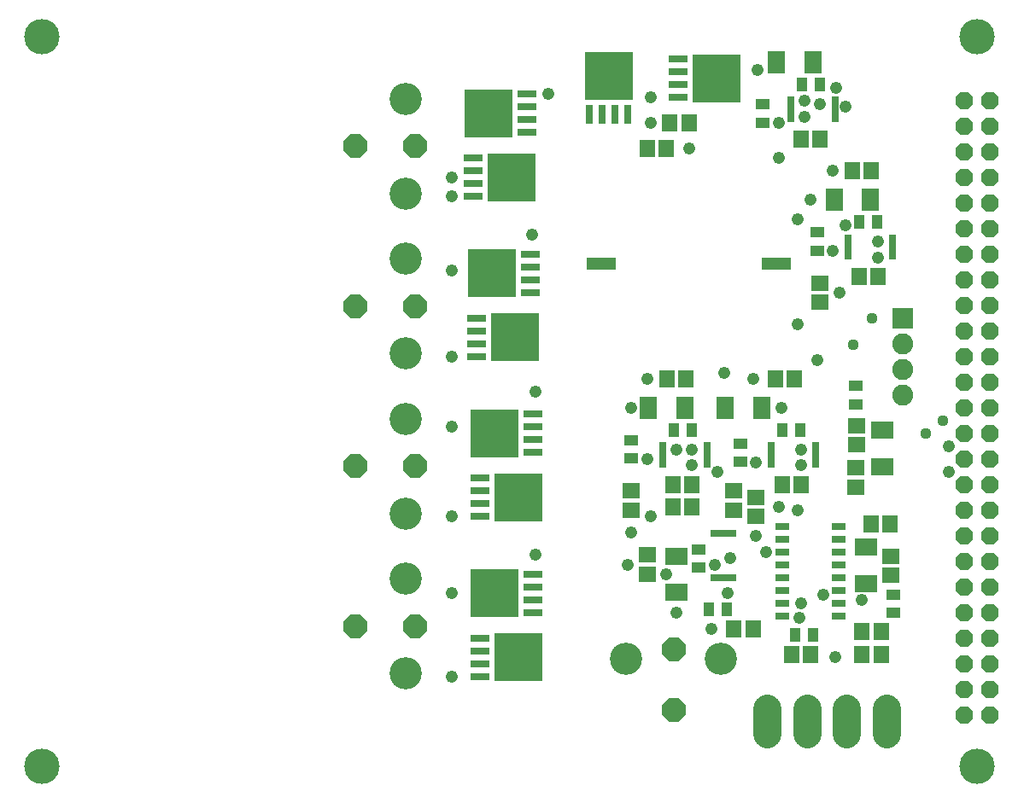
<source format=gts>
G75*
G70*
%OFA0B0*%
%FSLAX24Y24*%
%IPPOS*%
%LPD*%
%AMOC8*
5,1,8,0,0,1.08239X$1,22.5*
%
%ADD10R,0.0552X0.0316*%
%ADD11R,0.0316X0.0198*%
%ADD12R,0.0592X0.0671*%
%ADD13R,0.0671X0.0592*%
%ADD14R,0.0395X0.0552*%
%ADD15R,0.0552X0.0395*%
%ADD16R,0.1182X0.0474*%
%ADD17R,0.0730X0.0316*%
%ADD18R,0.1891X0.1852*%
%ADD19C,0.1261*%
%ADD20OC8,0.0907*%
%ADD21R,0.0671X0.0907*%
%ADD22R,0.0198X0.0316*%
%ADD23R,0.0907X0.0671*%
%ADD24R,0.0316X0.0730*%
%ADD25R,0.1852X0.1891*%
%ADD26C,0.1084*%
%ADD27C,0.1380*%
%ADD28OC8,0.0674*%
%ADD29R,0.0820X0.0820*%
%ADD30C,0.0820*%
%ADD31C,0.0476*%
%ADD32C,0.0440*%
D10*
X030548Y007650D03*
X030548Y008150D03*
X030548Y008650D03*
X030548Y009150D03*
X030548Y009650D03*
X030548Y010150D03*
X030548Y010650D03*
X030548Y011150D03*
X032752Y011150D03*
X032752Y010650D03*
X032752Y010150D03*
X032752Y009650D03*
X032752Y009150D03*
X032752Y008650D03*
X032752Y008150D03*
X032752Y007650D03*
D11*
X031857Y013541D03*
X031857Y013738D03*
X031857Y013934D03*
X031857Y014131D03*
X031857Y014328D03*
X030124Y014328D03*
X030124Y014131D03*
X030124Y013934D03*
X030124Y013738D03*
X030124Y013541D03*
X027607Y013541D03*
X027607Y013738D03*
X027607Y013934D03*
X027607Y014131D03*
X027607Y014328D03*
X025874Y014328D03*
X025874Y014131D03*
X025874Y013934D03*
X025874Y013738D03*
X025874Y013541D03*
X033124Y021666D03*
X033124Y021863D03*
X033124Y022059D03*
X033124Y022256D03*
X033124Y022453D03*
X034857Y022453D03*
X034857Y022256D03*
X034857Y022059D03*
X034857Y021863D03*
X034857Y021666D03*
X032607Y027041D03*
X032607Y027238D03*
X032607Y027434D03*
X032607Y027631D03*
X032607Y027828D03*
X030874Y027828D03*
X030874Y027631D03*
X030874Y027434D03*
X030874Y027238D03*
X030874Y027041D03*
D12*
X031276Y026275D03*
X032024Y026275D03*
X033276Y025025D03*
X034024Y025025D03*
X034274Y020900D03*
X033526Y020900D03*
X031024Y016900D03*
X030276Y016900D03*
X026774Y016900D03*
X026026Y016900D03*
X026276Y012775D03*
X027024Y012775D03*
X027024Y011900D03*
X026276Y011900D03*
X030526Y012775D03*
X031274Y012775D03*
X034001Y011250D03*
X034749Y011250D03*
X034399Y007025D03*
X033651Y007025D03*
X033651Y006150D03*
X034399Y006150D03*
X031649Y006150D03*
X030901Y006150D03*
X029399Y007150D03*
X028651Y007150D03*
X026024Y025900D03*
X025276Y025900D03*
X026151Y026900D03*
X026899Y026900D03*
D13*
X032025Y020649D03*
X032025Y019901D03*
X033453Y015080D03*
X033453Y014332D03*
X033425Y013424D03*
X033425Y012676D03*
X034775Y009974D03*
X034775Y009226D03*
X029525Y011526D03*
X029525Y012274D03*
X028650Y012524D03*
X028650Y011776D03*
X025275Y010024D03*
X025275Y009276D03*
X024650Y011776D03*
X024650Y012524D03*
D14*
X026296Y014900D03*
X027004Y014900D03*
X030546Y014900D03*
X031254Y014900D03*
X028379Y007900D03*
X027671Y007900D03*
X031046Y006900D03*
X031754Y006900D03*
X033546Y023025D03*
X034254Y023025D03*
X032004Y028400D03*
X031296Y028400D03*
D15*
X029775Y027629D03*
X029775Y026921D03*
X031900Y022629D03*
X031900Y021921D03*
X033422Y016623D03*
X033422Y015914D03*
X028900Y014379D03*
X028900Y013671D03*
X027275Y010254D03*
X027275Y009546D03*
X024650Y013796D03*
X024650Y014504D03*
X034875Y008479D03*
X034875Y007771D03*
D16*
X030296Y021392D03*
X023485Y021392D03*
D17*
X020693Y021275D03*
X020693Y020775D03*
X020693Y020275D03*
X020693Y021775D03*
X018482Y024025D03*
X018482Y024525D03*
X018482Y025025D03*
X018482Y025525D03*
X020568Y026525D03*
X020568Y027025D03*
X020568Y027525D03*
X020568Y028025D03*
X026482Y027900D03*
X026482Y028400D03*
X026482Y028900D03*
X026482Y029400D03*
X018607Y019275D03*
X018607Y018775D03*
X018607Y018275D03*
X018607Y017775D03*
X020818Y015525D03*
X020818Y015025D03*
X020818Y014525D03*
X020818Y014025D03*
X018732Y013025D03*
X018732Y012525D03*
X018732Y012025D03*
X018732Y011525D03*
X020818Y009275D03*
X020818Y008775D03*
X020818Y008275D03*
X020818Y007775D03*
X018732Y006775D03*
X018732Y006275D03*
X018732Y005775D03*
X018732Y005275D03*
D18*
X020228Y006025D03*
X019322Y008525D03*
X020228Y012275D03*
X019322Y014775D03*
X020103Y018525D03*
X019197Y021025D03*
X019978Y024775D03*
X019072Y027275D03*
X027978Y028650D03*
D19*
X015844Y027851D03*
X015844Y024150D03*
X015844Y021601D03*
X015844Y017900D03*
X015844Y015351D03*
X015844Y011650D03*
X015844Y009101D03*
X015844Y005400D03*
X024449Y005969D03*
X028150Y005969D03*
D20*
X026300Y006331D03*
X026300Y003985D03*
X016206Y007250D03*
X013860Y007250D03*
X013860Y013500D03*
X016206Y013500D03*
X016206Y019750D03*
X013860Y019750D03*
X013860Y026000D03*
X016206Y026000D03*
D21*
X025316Y015775D03*
X026734Y015775D03*
X028316Y015775D03*
X029734Y015775D03*
X032566Y023900D03*
X033984Y023900D03*
X031734Y029275D03*
X030316Y029275D03*
D22*
X028634Y010857D03*
X028437Y010857D03*
X028241Y010857D03*
X028044Y010857D03*
X027847Y010857D03*
X027847Y009124D03*
X028044Y009124D03*
X028241Y009124D03*
X028437Y009124D03*
X028634Y009124D03*
D23*
X026400Y008566D03*
X026400Y009984D03*
X033825Y010334D03*
X033825Y008916D03*
X034453Y013473D03*
X034453Y014890D03*
D24*
X024525Y027232D03*
X024025Y027232D03*
X023525Y027232D03*
X023025Y027232D03*
D25*
X023775Y028728D03*
D26*
X029936Y004027D02*
X029936Y003023D01*
X031495Y003023D02*
X031495Y004027D01*
X033055Y004027D02*
X033055Y003023D01*
X034614Y003023D02*
X034614Y004027D01*
D27*
X001650Y001775D03*
X038150Y001775D03*
X038150Y030275D03*
X001650Y030275D03*
D28*
X037650Y027775D03*
X038650Y027775D03*
X038650Y026775D03*
X037650Y026775D03*
X037650Y025775D03*
X038650Y025775D03*
X038650Y024775D03*
X037650Y024775D03*
X037650Y023775D03*
X038650Y023775D03*
X038650Y022775D03*
X037650Y022775D03*
X037650Y021775D03*
X038650Y021775D03*
X038650Y020775D03*
X037650Y020775D03*
X037650Y019775D03*
X038650Y019775D03*
X038650Y018775D03*
X037650Y018775D03*
X037650Y017775D03*
X038650Y017775D03*
X038650Y016775D03*
X037650Y016775D03*
X037650Y015775D03*
X038650Y015775D03*
X038650Y014775D03*
X037650Y014775D03*
X037650Y013775D03*
X038650Y013775D03*
X038650Y012775D03*
X037650Y012775D03*
X037650Y011775D03*
X038650Y011775D03*
X038650Y010775D03*
X037650Y010775D03*
X037650Y009775D03*
X038650Y009775D03*
X038650Y008775D03*
X037650Y008775D03*
X037650Y007775D03*
X038650Y007775D03*
X038650Y006775D03*
X037650Y006775D03*
X037650Y005775D03*
X038650Y005775D03*
X038650Y004775D03*
X037650Y004775D03*
X037650Y003775D03*
X038650Y003775D03*
D29*
X035250Y019275D03*
D30*
X035250Y018275D03*
X035250Y017275D03*
X035250Y016275D03*
D31*
X037050Y014275D03*
X037050Y013275D03*
X031275Y013525D03*
X031275Y014150D03*
X029525Y013650D03*
X028025Y013275D03*
X027025Y013525D03*
X027025Y014150D03*
X026400Y014150D03*
X025275Y013775D03*
X024650Y015775D03*
X025275Y016900D03*
X028275Y017150D03*
X029400Y016900D03*
X030525Y015775D03*
X031900Y017650D03*
X031150Y019025D03*
X032775Y020275D03*
X034275Y021650D03*
X034275Y022275D03*
X033025Y022900D03*
X032525Y021900D03*
X031150Y023150D03*
X031650Y023900D03*
X032525Y025025D03*
X030400Y025525D03*
X030400Y026900D03*
X031400Y027150D03*
X031400Y027775D03*
X032025Y027650D03*
X032650Y028275D03*
X033025Y027525D03*
X029588Y028963D03*
X026900Y025900D03*
X025400Y026900D03*
X025400Y027900D03*
X021400Y028025D03*
X017650Y024775D03*
X017650Y024025D03*
X020775Y022525D03*
X017650Y021150D03*
X017650Y017775D03*
X017650Y015025D03*
X020900Y016400D03*
X017650Y011525D03*
X020900Y010025D03*
X017650Y008525D03*
X017650Y005275D03*
X024525Y009650D03*
X024650Y010900D03*
X025400Y011525D03*
X027900Y009650D03*
X028525Y009900D03*
X029525Y010775D03*
X029900Y010150D03*
X031150Y011775D03*
X030400Y011900D03*
X026025Y009275D03*
X026400Y007775D03*
X027775Y007150D03*
X028400Y008525D03*
X031275Y008150D03*
X031200Y007575D03*
X032150Y008475D03*
X033650Y008275D03*
X032600Y006025D03*
D32*
X036150Y014775D03*
X036800Y015275D03*
X033300Y018225D03*
X034050Y019275D03*
M02*

</source>
